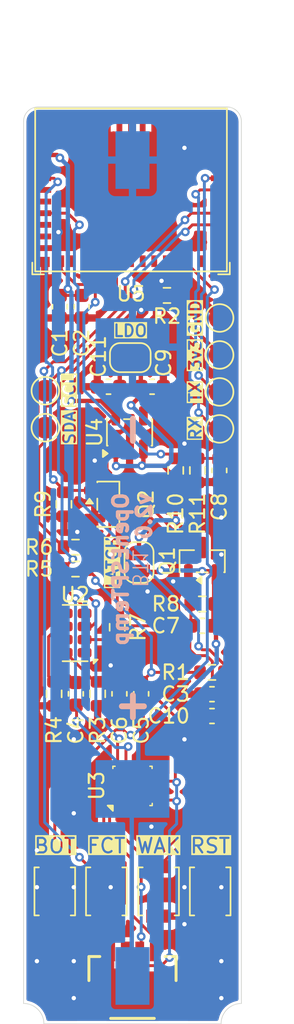
<source format=kicad_pcb>
(kicad_pcb (version 20241229) (generator "pcbnew") (generator_version "9.0")
  (layers (0 "F.Cu" signal) (2 "B.Cu" signal) (13 "F.Paste" user) (15 "B.Paste" user) (5 "F.SilkS" user "F.Silkscreen") (7 "B.SilkS" user "B.Silkscreen") (1 "F.Mask" user) (3 "B.Mask" user) (25 "Edge.Cuts" user))
  (net 0 "")
  (net 1 "+BATT")
  (net 2 "GND")
  (net 3 "+3V3")
  (net 4 "BATT_V")
  (net 5 "INT")
  (net 6 "LATCH")
  (net 7 "TX")
  (net 8 "GPIO8")
  (net 9 "GPIO9")
  (net 10 "SDA")
  (net 11 "EN")
  (net 12 "GPIO7")
  (net 13 "SCL")
  (net 14 "RX")
  (net 15 "BATT_LVL")
  (net 16 "Net-(U2-EVI)")
  (net 17 "Net-(U2-VDD)")
  (net 19 "Net-(U2-VBACKUP)")
  (footprint "Resistor_SMD:R_0603_1608Metric" (layer "F.Cu") (at 101.475 78.35)
    (property "Reference" "R1")
    (property "Value" "10k")
  )
  (footprint "Package_LGA:Bosch_LGA-8_2.5x2.5mm_P0.65mm_ClockwisePinNumbering" (layer "F.Cu") (at 96 86.1525 90)
    (property "Reference" "U3")
    (property "Value" "BME280")
  )
  (footprint "Resistor_SMD:R_0603_1608Metric" (layer "F.Cu") (at 93.6 79.825 -90)
    (property "Reference" "R3")
    (property "Value" "10k")
  )
  (footprint "Package_TO_SOT_SMD:SOT-23-5" (layer "F.Cu") (at 95.8 61.8625 90)
    (property "Reference" "U4")
    (property "Value" "TLV70033_SOT23-5")
  )
  (footprint "TestPoint:TestPoint_Pad_D1.5mm" (layer "F.Cu") (at 102 54)
    (property "Reference" "TP4" (hide yes))
    (property "Value" "GND")
  )
  (footprint "Button_Switch_SMD:SW_SPST_B3U-1000P" (layer "F.Cu") (at 90.65 93.4 90)
    (property "Reference" "SW3" (hide yes))
    (property "Value" "BOOT")
  )
  (footprint "Button_Switch_SMD:SW_SPST_B3U-1000P" (layer "F.Cu") (at 101.35 93.4 90)
    (property "Reference" "SW4" (hide yes))
    (property "Value" "RESET")
  )
  (footprint "Resistor_SMD:R_0603_1608Metric" (layer "F.Cu") (at 91.275 66.8 -90)
    (property "Reference" "R9")
    (property "Value" "1M")
  )
  (footprint "Capacitor_SMD:C_0603_1608Metric" (layer "F.Cu") (at 91 53.225 -90)
    (property "Reference" "C1")
    (property "Value" "22u")
  )
  (footprint "Capacitor_SMD:C_0603_1608Metric" (layer "F.Cu") (at 101.475 79.85 180)
    (property "Reference" "C3")
    (property "Value" "10u")
  )
  (footprint "Button_Switch_SMD:SW_SPST_B3U-1000P" (layer "F.Cu") (at 94.2 93.4 90)
    (property "Reference" "SW2" (hide yes))
    (property "Value" "FCT")
  )
  (footprint "Resistor_SMD:R_0603_1608Metric" (layer "F.Cu") (at 98.375 52.45 180)
    (property "Reference" "R2")
    (property "Value" "10k")
  )
  (footprint "rv3028-c7:MicroCrystal_C7_SON-8_1.5x3.2mm_P0.9mm" (layer "F.Cu") (at 92.05 75.65 180)
    (property "Reference" "U2")
    (property "Value" "RV-3028-C7")
  )
  (footprint "Resistor_SMD:R_0603_1608Metric" (layer "F.Cu") (at 100.8 73.65 180)
    (property "Reference" "R8")
    (property "Value" "100k")
  )
  (footprint "Capacitor_SMD:C_0603_1608Metric" (layer "F.Cu") (at 97.35 58.725)
    (property "Reference" "C9")
    (property "Value" "1u")
  )
  (footprint "Resistor_SMD:R_0603_1608Metric" (layer "F.Cu") (at 98.975 64.475 90)
    (property "Reference" "R10")
    (property "Value" "100k")
  )
  (footprint "Capacitor_SMD:C_0603_1608Metric" (layer "F.Cu") (at 100.8 75.15 180)
    (property "Reference" "C7")
    (property "Value" "0.1u")
  )
  (footprint "Resistor_SMD:R_0603_1608Metric" (layer "F.Cu") (at 100.475 64.475 -90)
    (property "Reference" "R11")
    (property "Value" "100k")
  )
  (footprint "TestPoint:TestPoint_Pad_D1.5mm" (layer "F.Cu") (at 102 61.62)
    (property "Reference" "TP3" (hide yes))
    (property "Value" "RX")
  )
  (footprint "Capacitor_SMD:C_0603_1608Metric" (layer "F.Cu") (at 94.35 58.725 180)
    (property "Reference" "C11")
    (property "Value" "2.2u")
  )
  (footprint "TestPoint:TestPoint_Pad_D1.5mm" (layer "F.Cu") (at 102 56.54)
    (property "Reference" "TP1" (hide yes))
    (property "Value" "3V")
  )
  (footprint "esp32-c6:ESP32-C6-MINI-1" (layer "F.Cu") (at 95.9 42.5)
    (property "Reference" "U5")
    (property "Value" "ESP32-C6-MINI-1/U")
  )
  (footprint "Resistor_SMD:R_0603_1608Metric" (layer "F.Cu") (at 94.95 75.25 90)
    (property "Reference" "R7")
    (property "Value" "10k")
  )
  (footprint "Capacitor_SMD:C_0603_1608Metric" (layer "F.Cu") (at 95.1 79.825 -90)
    (property "Reference" "C6")
    (property "Value" "0.1u")
  )
  (footprint "TestPoint:TestPoint_Pad_D1.5mm" (layer "F.Cu") (at 90 59)
    (property "Reference" "TP6" (hide yes))
    (property "Value" "SCL")
  )
  (footprint "qwiic:JST_1x04_P1.0mm_Horizontal_SMD" (layer "F.Cu") (at 96 97.525)
    (property "Reference" "J2")
    (property "Value" "Qwiic_RA")
  )
  (footprint "Jumper:SolderJumper-2_P1.3mm_Open_RoundedPad1.0x1.5mm" (layer "F.Cu") (at 95.85 56.725 180)
    (property "Reference" "JP2" (hide yes))
    (property "Value" "LDO Bypass")
  )
  (footprint "Resistor_SMD:R_0603_1608Metric" (layer "F.Cu") (at 90.6 79.825 -90)
    (property "Reference" "R4")
    (property "Value" "10k")
  )
  (footprint "Resistor_SMD:R_0603_1608Metric" (layer "F.Cu") (at 92.075 71.25 180)
    (property "Reference" "R5")
    (property "Value" "4.7k")
  )
  (footprint "Jumper:SolderJumper-2_P1.3mm_Open_RoundedPad1.0x1.5mm" (layer "F.Cu") (at 96.45 70.8 90)
    (property "Reference" "JP1" (hide yes))
    (property "Value" "PowerLatch Bypass")
  )
  (footprint "Capacitor_SMD:C_0603_1608Metric" (layer "F.Cu") (at 92.5 53.225 -90)
    (property "Reference" "C2")
    (property "Value" "0.1u")
  )
  (footprint "Capacitor_SMD:C_0603_1608Metric" (layer "F.Cu") (at 101.975 64.475 -90)
    (property "Reference" "C8")
    (property "Value" "10n")
  )
  (footprint "Resistor_SMD:R_0603_1608Metric" (layer "F.Cu") (at 92.075 69.75)
    (property "Reference" "R6")
    (property "Value" "4.7k")
  )
  (footprint "Capacitor_SMD:C_0603_1608Metric" (layer "F.Cu") (at 92.1 79.825 -90)
    (property "Reference" "C4")
    (property "Value" "0.1u")
  )
  (footprint "Button_Switch_SMD:SW_SPST_B3U-1000P" (layer "F.Cu") (at 97.8 93.4 90)
    (property "Reference" "SW1" (hide yes))
    (property "Value" "WAKE")
  )
  (footprint "TestPoint:TestPoint_Pad_D1.5mm" (layer "F.Cu") (at 90 61.54)
    (property "Reference" "TP5" (hide yes))
    (property "Value" "SDA")
  )
  (footprint "Capacitor_SMD:C_0603_1608Metric" (layer "F.Cu") (at 101.475 81.35 180)
    (property "Reference" "C10")
    (property "Value" "0.1u")
  )
  (footprint "TestPoint:TestPoint_Pad_D1.5mm" (layer "F.Cu") (at 102 59.08)
    (property "Reference" "TP2" (hide yes))
    (property "Value" "TX")
  )
  (footprint "Package_TO_SOT_SMD:SOT-23" (layer "F.Cu") (at 94.3375 66.8)
    (property "Reference" "Q2")
    (property "Value" "DMN2020LSN-7")
  )
  (footprint "Package_TO_SOT_SMD:SOT-23" (layer "F.Cu") (at 100.8 70.7125 90)
    (property "Reference" "Q1")
    (property "Value" "TSM260P02CX-RFG")
  )
  (footprint "Capacitor_SMD:C_0603_1608Metric" (layer "F.Cu") (at 96.6 79.825 90)
    (property "Reference" "C5")
    (property "Value" "0.1u")
  )
  (footprint "keystone_53:Keystone_53_Dual" (layer "B.Cu") (at 96 71.18 90)
    (property "Reference" "BT1")
    (property "Value" "Battery")
  )
  (gr_arc (start 102.1 102.5) (mid 102.510051 101.510051) (end 103.5 101.1) (stroke (width 0.05)) (layer "Edge.Cuts"))
  (gr_line (start 103.5 40.5) (end 103.5 101.1) (stroke (width 0.05)) (layer "Edge.Cuts"))
  (gr_line (start 89.5 39.5) (end 102.5 39.5) (stroke (width 0.05)) (layer "Edge.Cuts"))
  (gr_arc (start 102.5 39.5) (mid 103.207107 39.792893) (end 103.5 40.5) (stroke (width 0.05)) (layer "Edge.Cuts"))
  (gr_arc (start 88.5 101.1) (mid 89.489949 101.510051) (end 89.9 102.5) (stroke (width 0.05)) (layer "Edge.Cuts"))
  (gr_line (start 88.5 40.5) (end 88.5 101.1) (stroke (width 0.05)) (layer "Edge.Cuts"))
  (gr_line (start 102.1 102.5) (end 89.9 102.5) (stroke (width 0.05)) (layer "Edge.Cuts"))
  (gr_arc (start 88.5 40.5) (mid 88.792893 39.792893) (end 89.5 39.5) (stroke (width 0.05)) (layer "Edge.Cuts"))
  (gr_text "GND" (at 100.8 54 90) (layer "F.SilkS" knockout) (effects (font (size 0.8 0.8)) (justify bottom)))
  (gr_text "RST" (at 101.35 90.85 0) (layer "F.SilkS" knockout) (effects (font (size 1 1)) (justify bottom)))
  (gr_text "RX" (at 100.8 61.62 90) (layer "F.SilkS" knockout) (effects (font (size 0.8 0.8)) (justify bottom)))
  (gr_text "SDA" (at 91.2 61.55 90) (layer "F.SilkS" knockout) (effects (font (size 0.8 0.8)) (justify top)))
  (gr_text "LDO" (at 95.85 55.35 0) (layer "F.SilkS" knockout) (effects (font (size 0.8 0.8)) (justify bottom)))
  (gr_text "LATCH" (at 95.1 70.8 90) (layer "F.SilkS" knockout) (effects (font (size 0.8 0.8)) (justify bottom)))
  (gr_text "SCL" (at 91.2 59 90) (layer "F.SilkS" knockout) (effects (font (size 0.8 0.8)) (justify top)))
  (gr_text "TX" (at 100.8 59.08 90) (layer "F.SilkS" knockout) (effects (font (size 0.8 0.8)) (justify bottom)))
  (gr_text "FCT" (at 94.2 90.85 0) (layer "F.SilkS" knockout) (effects (font (size 1 1)) (justify bottom)))
  (gr_text "BOT" (at 90.65 90.85 0) (layer "F.SilkS" knockout) (effects (font (size 1 1)) (justify bottom)))
  (gr_text "WAK" (at 97.8 90.85 0) (layer "F.SilkS" knockout) (effects (font (size 1 1)) (justify bottom)))
  (gr_text "3v3" (at 100.8 56.54 90) (layer "F.SilkS" knockout) (effects (font (size 0.8 0.8)) (justify bottom)))
  (gr_text "OpenESPTemp\nv2.0" (at 96 65.8825 90) (layer "B.SilkS") (effects (font (size 1 1) (thickness 0.25) (bold yes)) (justify left mirror)))
  (segment (start 97.85 71.45) (end 97.949265 71.350735) (width 0.3) (layer "F.Cu") (net 1))
  (segment (start 96.45 71.45) (end 94.95 72.95) (width 0.2) (layer "F.Cu") (net 1))
  (segment (start 101.5 71.4) (end 101.75 71.65) (width 0.3) (layer "F.Cu") (net 1))
  (segment (start 100.8 71.4) (end 101.5 71.4) (width 0.3) (layer "F.Cu") (net 1))
  (segment (start 96.45 71.45) (end 97.85 71.45) (width 0.3) (layer "F.Cu") (net 1))
  (segment (start 101.575 75.15) (end 101.575 73.7) (width 0.3) (layer "F.Cu") (net 1))
  (segment (start 101.575 75.15) (end 102 75.15) (width 0.3) (layer "F.Cu") (net 1))
  (segment (start 101.625 71.775) (end 101.75 71.65) (width 0.3) (layer "F.Cu") (net 1))
  (segment (start 101.751 76.4) (end 101.751 75.326) (width 0.3) (layer "F.Cu") (net 1))
  (segment (start 94.95 72.95) (end 94.95 74.425) (width 0.2) (layer "F.Cu") (net 1))
  (segment (start 101.575 73.7) (end 101.625 73.65) (width 0.3) (layer "F.Cu") (net 1))
  (segment (start 101.751 75.326) (end 101.575 75.15) (width 0.3) (layer "F.Cu") (net 1))
  (segment (start 92.15 81.7) (end 92.15 80.65) (width 0.2) (layer "F.Cu") (net 1))
  (segment (start 92.15 80.65) (end 92.1 80.6) (width 0.2) (layer "F.Cu") (net 1))
  (segment (start 101.625 73.65) (end 101.625 71.775) (width 0.3) (layer "F.Cu") (net 1))
  (via (at 97.949265 71.350735) (size 0.6) (drill 0.3) (layers "F.Cu" "B.Cu") (net 1))
  (via (at 100.8 71.4) (size 0.6) (drill 0.3) (layers "F.Cu" "B.Cu") (net 1))
  (via (at 101.751 76.4) (size 0.6) (drill 0.3) (layers "F.Cu" "B.Cu") (net 1))
  (via (at 92.15 81.7) (size 0.6) (drill 0.3) (layers "F.Cu" "B.Cu") (net 1))
  (segment (start 96.4 85.96) (end 96.4 83.1) (width 0.3) (layer "B.Cu") (net 1))
  (segment (start 96 86.36) (end 96 85.55) (width 0.2) (layer "B.Cu") (net 1))
  (segment (start 97.949265 71.350735) (end 100.750735 71.350735) (width 0.3) (layer "B.Cu") (net 1))
  (segment (start 95.95 86.41) (end 96 86.36) (width 0.3) (layer "B.Cu") (net 1))
  (segment (start 95.95 99.16) (end 95.95 86.41) (width 0.3) (layer "B.Cu") (net 1))
  (segment (start 96 86.36) (end 96.4 85.96) (width 0.3) (layer "B.Cu") (net 1))
  (segment (start 96.4 83.1) (end 101.8 77.7) (width 0.3) (layer "B.Cu") (net 1))
  (segment (start 96 99.21) (end 95.95 99.16) (width 0.3) (layer "B.Cu") (net 1))
  (segment (start 101.8 77.7) (end 101.8 76.449) (width 0.3) (layer "B.Cu") (net 1))
  (segment (start 96 85.55) (end 92.15 81.7) (width 0.2) (layer "B.Cu") (net 1))
  (segment (start 100.750735 71.350735) (end 100.8 71.4) (width 0.3) (layer "B.Cu") (net 1))
  (segment (start 101.8 76.449) (end 101.751 76.4) (width 0.3) (layer "B.Cu") (net 1))
  (via (at 99.577381 95.65175) (size 0.6) (drill 0.3) (layers "F.Cu" "B.Cu") (net 2))
  (via (at 97.037381 72.79175) (size 0.6) (drill 0.3) (layers "F.Cu" "B.Cu") (net 2))
  (via (at 97.3 88.95) (size 0.6) (drill 0.3) (layers "F.Cu" "B.Cu") (net 2))
  (via (at 89.417381 93.11175) (size 0.6) (drill 0.3) (layers "F.Cu" "B.Cu") (net 2))
  (via (at 93.4 63.8) (size 0.6) (drill 0.3) (layers "F.Cu" "B.Cu") (net 2))
  (via (at 89.417381 98.19175) (size 0.6) (drill 0.3) (layers "F.Cu" "B.Cu") (net 2))
  (via (at 98 51.45) (size 0.6) (drill 0.3) (layers "F.Cu" "B.Cu") (net 2))
  (via (at 89.417381 90.57175) (size 0.6) (drill 0.3) (layers "F.Cu" "B.Cu") (net 2))
  (via (at 91.957381 98.19175) (size 0.6) (drill 0.3) (layers "F.Cu" "B.Cu") (net 2))
  (via (at 91.957381 100.73175) (size 0.6) (drill 0.3) (layers "F.Cu" "B.Cu") (net 2))
  (via (at 94.497381 77.87175) (size 0.6) (drill 0.3) (layers "F.Cu" "B.Cu") (net 2))
  (via (at 91.957381 82.95175) (size 0.6) (drill 0.3) (layers "F.Cu" "B.Cu") (net 2))
  (via (at 94.497381 70.25175) (size 0.6) (drill 0.3) (layers "F.Cu" "B.Cu") (net 2))
  (via (at 102.117381 98.19175) (size 0.6) (drill 0.3) (layers "F.Cu" "B.Cu") (net 2))
  (via (at 99.577381 62.63175) (size 0.6) (drill 0.3) (layers "F.Cu" "B.Cu") (net 2))
  (via (at 91.957381 93.11175) (size 0.6) (drill 0.3) (layers "F.Cu" "B.Cu") (net 2))
  (via (at 102.117381 67.71175) (size 0.6) (drill 0.3) (layers "F.Cu" "B.Cu") (net 2))
  (via (at 91.957381 88.03175) (size 0.6) (drill 0.3) (layers "F.Cu" "B.Cu") (net 2))
  (via (at 98.8 72.1) (size 0.6) (drill 0.3) (layers "F.Cu" "B.Cu") (net 2))
  (via (at 102.117381 70.25175) (size 0.6) (drill 0.3) (layers "F.Cu" "B.Cu") (net 2))
  (via (at 99.577381 42.31175) (size 0.6) (drill 0.3) (layers "F.Cu" "B.Cu") (net 2))
  (via (at 96.6 53.45) (size 0.6) (drill 0.3) (layers "F.Cu" "B.Cu") (net 2))
  (via (at 92.2 68.7) (size 0.6) (drill 0.3) (layers "F.Cu" "B.Cu") (net 2))
  (via (at 99.577381 93.11175) (size 0.6) (drill 0.3) (layers "F.Cu" "B.Cu") (net 2))
  (via (at 102.117381 100.73175) (size 0.6) (drill 0.3) (layers "F.Cu" "B.Cu") (net 2))
  (via (at 102.117381 93.11175) (size 0.6) (drill 0.3) (layers "F.Cu" "B.Cu") (net 2))
  (via (at 90.9 48.1) (size 0.6) (drill 0.3) (layers "F.Cu" "B.Cu") (net 2))
  (via (at 94.497381 93.11175) (size 0.6) (drill 0.3) (layers "F.Cu" "B.Cu") (net 2))
  (via (at 99.577381 82.95175) (size 0.6) (drill 0.3) (layers "F.Cu" "B.Cu") (net 2))
  (segment (start 97.999 98.501) (end 98.55 97.95) (width 0.2) (layer "F.Cu") (net 3))
  (segment (start 95.2 56.2) (end 97.55 53.85) (width 0.3) (layer "F.Cu") (net 3))
  (segment (start 95.125 56.8) (end 95.2 56.725) (width 0.3) (layer "F.Cu") (net 3))
  (segment (start 96.6 79.05) (end 98.95 81.4) (width 0.2) (layer "F.Cu") (net 3))
  (segment (start 93.825 59.7) (end 94.85 60.725) (width 0.3) (layer "F.Cu") (net 3))
  (segment (start 97.55 53.85) (end 97.55 52.45) (width 0.3) (layer "F.Cu") (net 3))
  (segment (start 92.5 52.45) (end 91 52.45) (width 0.2) (layer "F.Cu") (net 3))
  (segment (start 97.91 52.45) (end 97.55 52.45) (width 0.3) (layer "F.Cu") (net 3))
  (segment (start 98.95 85.809998) (end 99.040002 85.9) (width 0.2) (layer "F.Cu") (net 3))
  (segment (start 95.825 85.8275) (end 97.025 85.8275) (width 0.2) (layer "F.Cu") (net 3))
  (segment (start 98.967502 87.1275) (end 97.025 87.1275) (width 0.2) (layer "F.Cu") (net 3))
  (segment (start 94.5 64.651413) (end 94.249 64.400413) (width 0.2) (layer "F.Cu") (net 3))
  (segment (start 90 42.8) (end 90.8 42.8) (width 0.3) (layer "F.Cu") (net 3))
  (segment (start 97.3 78.35) (end 96.6 79.05) (width 0.2) (layer "F.Cu") (net 3))
  (segment (start 95.2 56.725) (end 95.2 56.2) (width 0.3) (layer "F.Cu") (net 3))
  (segment (start 91.45 52) (end 91 52.45) (width 0.3) (layer "F.Cu") (net 3))
  (segment (start 94.4385 67.342968) (end 94.2365 67.140968) (width 0.2) (layer "F.Cu") (net 3))
  (segment (start 95.5 98.102) (end 95.899 98.501) (width 0.2) (layer "F.Cu") (net 3))
  (segment (start 93.45 72.05) (end 93.45 71.8) (width 0.2) (layer "F.Cu") (net 3))
  (segment (start 99.040002 87.2) (end 98.967502 87.1275) (width 0.2) (layer "F.Cu") (net 3))
  (segment (start 94.2365 66.392968) (end 94.5 66.129468) (width 0.2) (layer "F.Cu") (net 3))
  (segment (start 93.55 69.75) (end 94.4385 68.8615) (width 0.2) (layer "F.Cu") (net 3))
  (segment (start 98.967502 85.8275) (end 97.025 85.8275) (width 0.2) (layer "F.Cu") (net 3))
  (segment (start 91.75 59.7) (end 93.825 59.7) (width 0.3) (layer "F.Cu") (net 3))
  (segment (start 93.45 71.8) (end 92.9 71.25) (width 0.2) (layer "F.Cu") (net 3))
  (segment (start 95.125 58.725) (end 95.125 56.8) (width 0.3) (layer "F.Cu") (net 3))
  (segment (start 92.9 69.75) (end 93.55 69.75) (width 0.2) (layer "F.Cu") (net 3))
  (segment (start 100.65 78.35) (end 97.3 78.35) (width 0.2) (layer "F.Cu") (net 3))
  (segment (start 94.975 86.4775) (end 95.175 86.4775) (width 0.2) (layer "F.Cu") (net 3))
  (segment (start 99.040002 85.9) (end 98.967502 85.8275) (width 0.2) (layer "F.Cu") (net 3))
  (segment (start 94.4385 68.8615) (end 94.4385 67.342968) (width 0.2) (layer "F.Cu") (net 3))
  (segment (start 94.5 66.129468) (end 94.5 64.651413) (width 0.2) (layer "F.Cu") (net 3))
  (segment (start 92.9 69.75) (end 92.9 71.25) (width 0.2) (layer "F.Cu") (net 3))
  (segment (start 95.175 86.4775) (end 95.825 85.8275) (width 0.2) (layer "F.Cu") (net 3))
  (segment (start 95.1 79.05) (end 96.6 79.05) (width 0.2) (layer "F.Cu") (net 3))
  (segment (start 94.85 59) (end 94.85 60.725) (width 0.3) (layer "F.Cu") (net 3))
  (segment (start 94.249 64.400413) (end 94.249 61.326) (width 0.2) (layer "F.Cu") (net 3))
  (segment (start 102 56.54) (end 97.91 52.45) (width 0.3) (layer "F.Cu") (net 3))
  (segment (start 90.8 42.8) (end 91 43) (width 0.3) (layer "F.Cu") (net 3))
  (segment (start 98.95 81.4) (end 98.95 85.809998) (width 0.2) (layer "F.Cu") (net 3))
  (segment (start 95.5 97.525) (end 95.5 98.102) (width 0.2) (layer "F.Cu") (net 3))
  (segment (start 94.249 61.326) (end 94.85 60.725) (width 0.2) (layer "F.Cu") (net 3))
  (segment (start 94.2365 67.140968) (end 94.2365 66.392968) (width 0.2) (layer "F.Cu") (net 3))
  (segment (start 91.55 52) (end 91.45 52) (width 0.3) (layer "F.Cu") (net 3))
  (segment (start 95.899 98.501) (end 97.999 98.501) (width 0.2) (layer "F.Cu") (net 3))
  (via (at 91 43) (size 0.6) (drill 0.3) (layers "F.Cu" "B.Cu") (net 3))
  (via (at 99.040002 85.9) (size 0.6) (drill 0.3) (layers "F.Cu" "B.Cu") (net 3))
  (via (at 93.45 72.05) (size 0.6) (drill 0.3) (layers "F.Cu" "B.Cu") (net 3))
  (via (at 99.040002 87.2) (size 0.6) (drill 0.3) (layers "F.Cu" "B.Cu") (net 3))
  (via (at 98.55 97.95) (size 0.6) (drill 0.3) (layers "F.Cu" "B.Cu") (net 3))
  (via (at 91.75 59.7) (size 0.6) (drill 0.3) (layers "F.Cu" "B.Cu") (net 3))
  (via (at 97.3 78.35) (size 0.6) (drill 0.3) (layers "F.Cu" "B.Cu") (net 3))
  (via (at 91.55 52) (size 0.6) (drill 0.3) (layers "F.Cu" "B.Cu") (net 3))
  (segment (start 98.55 89.25) (end 98.55 97.95) (width 0.2) (layer "B.Cu") (net 3))
  (segment (start 99.040002 88.759998) (end 98.55 89.25) (width 0.2) (layer "B.Cu") (net 3))
  (segment (start 91.8 59.65) (end 91.75 59.7) (width 0.3) (layer "B.Cu") (net 3))
  (segment (start 95.95 74.55) (end 97.3 75.9) (width 0.2) (layer "B.Cu") (net 3))
  (segment (start 91.8 52.25) (end 91.8 59.65) (width 0.3) (layer "B.Cu") (net 3))
  (segment (start 99.040002 85.9) (end 99.040002 87.2) (width 0.2) (layer "B.Cu") (net 3))
  (segment (start 95.95 74.55) (end 93.45 72.05) (width 0.2) (layer "B.Cu") (net 3))
  (segment (start 99.040002 87.2) (end 99.040002 88.759998) (width 0.2) (layer "B.Cu") (net 3))
  (segment (start 91.55 52) (end 91.55 43.55) (width 0.3) (layer "B.Cu") (net 3))
  (segment (start 91.55 43.55) (end 91 43) (width 0.3) (layer "B.Cu") (net 3))
  (segment (start 91.55 52) (end 91.8 52.25) (width 0.3) (layer "B.Cu") (net 3))
  (segment (start 97.3 75.9) (end 97.3 78.35) (width 0.2) (layer "B.Cu") (net 3))
  (segment (start 98.975 67.9) (end 98.975 65.3) (width 0.3) (layer "F.Cu") (net 4))
  (segment (start 98.975 67.975) (end 98.975 67.9) (width 0.3) (layer "F.Cu") (net 4))
  (segment (start 96.75 64.05) (end 96.65 64.15) (width 0.3) (layer "F.Cu") (net 4))
  (segment (start 100.775 69.775) (end 98.975 67.975) (width 0.3) (layer "F.Cu") (net 4))
  (segment (start 98.105699 64.155699) (end 96.655699 64.155699) (width 0.3) (layer "F.Cu") (net 4))
  (segment (start 94.85 63) (end 94.85 64.15147) (width 0.3) (layer "F.Cu") (net 4))
  (segment (start 96.45 69.05) (end 96.45 70.15) (width 0.3) (layer "F.Cu") (net 4))
  (segment (start 96.575 59.325) (end 95.9 60) (width 0.3) (layer "F.Cu") (net 4))
  (segment (start 96.75 63) (end 96.75 64.05) (width 0.3) (layer "F.Cu") (net 4))
  (segment (start 96.655699 64.155699) (end 96.65 64.15) (width 0.3) (layer "F.Cu") (net 4))
  (segment (start 96.575 58.725) (end 96.575 56.8) (width 0.3) (layer "F.Cu") (net 4))
  (segment (start 100.8 69.775) (end 100.775 69.775) (width 0.3) (layer "F.Cu") (net 4))
  (segment (start 98.975 65.025) (end 98.105699 64.155699) (width 0.3) (layer "F.Cu") (net 4))
  (segment (start 96.575 58.725) (end 96.575 59.325) (width 0.3) (layer "F.Cu") (net 4))
  (segment (start 94.85 64.15147) (end 94.874265 64.175735) (width 0.3) (layer "F.Cu") (net 4))
  (segment (start 98.975 65.3) (end 98.975 65.025) (width 0.3) (layer "F.Cu") (net 4))
  (via (at 96.45 69.05) (size 0.6) (drill 0.3) (layers "F.Cu" "B.Cu") (net 4))
  (via (at 94.874265 64.175735) (size 0.6) (drill 0.3) (layers "F.Cu" "B.Cu") (net 4))
  (via (at 96.65 64.15) (size 0.6) (drill 0.3) (layers "F.Cu" "B.Cu") (net 4))
  (via (at 95.9 60) (size 0.6) (drill 0.3) (layers "F.Cu" "B.Cu") (net 4))
  (via (at 98.975 67.9) (size 0.6) (drill 0.3) (layers "F.Cu" "B.Cu") (net 4))
  (segment (start 98.975 67.9) (end 97.6 67.9) (width 0.3) (layer "B.Cu") (net 4))
  (segment (start 97.6 67.9) (end 96.45 69.05) (width 0.3) (layer "B.Cu") (net 4))
  (segment (start 96.65 64.15) (end 96.624265 64.175735) (width 0.3) (layer "B.Cu") (net 4))
  (segment (start 98.675997 63.803642) (end 98.675997 62.775997) (width 0.3) (layer "B.Cu") (net 4))
  (segment (start 96.655699 64.155699) (end 98.32394 64.155699) (width 0.3) (layer "B.Cu") (net 4))
  (segment (start 98.675997 62.775997) (end 95.9 60) (width 0.3) (layer "B.Cu") (net 4))
  (segment (start 96.624265 64.175735) (end 94.874265 64.175735) (width 0.3) (layer "B.Cu") (net 4))
  (segment (start 98.32394 64.155699) (end 98.675997 63.803642) (width 0.3) (layer "B.Cu") (net 4))
  (segment (start 96.65 64.15) (end 96.655699 64.155699) (width 0.3) (layer "B.Cu") (net 4))
  (segment (start 97.05 66.8) (end 95.275 66.8) (width 0.2) (layer "F.Cu") (net 5))
  (segment (start 100.025 73.7) (end 99.975 73.65) (width 0.2) (layer "F.Cu") (net 5))
  (segment (start 94.925 76.1) (end 94.95 76.075) (width 0.2) (layer "F.Cu") (net 5))
  (segment (start 101.5 77.599943) (end 101.100057 77.2) (width 0.2) (layer "F.Cu") (net 5))
  (segment (start 101.5 88) (end 101.5 77.599943) (width 0.2) (layer "F.Cu") (net 5))
  (segment (start 92.7 76.1) (end 94.925 76.1) (width 0.2) (layer "F.Cu") (net 5))
  (segment (start 99.95 76.798943) (end 99.95 75.225) (width 0.2) (layer "F.Cu") (net 5))
  (segment (start 98.751 68.501) (end 98.726057 68.501) (width 0.2) (layer "F.Cu") (net 5))
  (segment (start 99.85 71.65) (end 99.85 69.6) (width 0.2) (layer "F.Cu") (net 5))
  (segment (start 95.875 75.15) (end 100.025 75.15) (width 0.2) (layer "F.Cu") (net 5))
  (segment (start 100.025 75.15) (end 100.025 73.7) (width 0.2) (layer "F.Cu") (net 5))
  (segment (start 99.85 69.6) (end 98.751 68.501) (width 0.2) (layer "F.Cu") (net 5))
  (segment (start 99.975 71.775) (end 99.85 71.65) (width 0.2) (layer "F.Cu") (net 5))
  (segment (start 99.975 73.65) (end 99.975 71.775) (width 0.2) (layer "F.Cu") (net 5))
  (segment (start 99.95 75.225) (end 100.025 75.15) (width 0.2) (layer "F.Cu") (net 5))
  (segment (start 100.351057 77.2) (end 99.95 76.798943) (width 0.2) (layer "F.Cu") (net 5))
  (segment (start 98.726057 68.501) (end 98.374 68.148943) (width 0.2) (layer "F.Cu") (net 5))
  (segment (start 97.8 91.7) (end 101.5 88) (width 0.2) (layer "F.Cu") (net 5))
  (segment (start 101.100057 77.2) (end 100.351057 77.2) (width 0.2) (layer "F.Cu") (net 5))
  (segment (start 98.374 68.124) (end 97.05 66.8) (width 0.2) (layer "F.Cu") (net 5))
  (segment (start 98.374 68.148943) (end 98.374 68.124) (width 0.2) (layer "F.Cu") (net 5))
  (segment (start 94.95 76.075) (end 95.875 75.15) (width 0.2) (layer "F.Cu") (net 5))
  (segment (start 90 44.4) (end 90.6 44.4) (width 0.2) (layer "F.Cu") (net 6))
  (segment (start 91.275 65.975) (end 91.275 65.825) (width 0.2) (layer "F.Cu") (net 6))
  (segment (start 90.6 44.4) (end 90.85 44.65) (width 0.2) (layer "F.Cu") (net 6))
  (segment (start 91.275 65.825) (end 90.55 65.1) (width 0.2) (layer "F.Cu") (net 6))
  (segment (start 93.4 65.85) (end 91.4 65.85) (width 0.2) (layer "F.Cu") (net 6))
  (via (at 90.55 65.1) (size 0.6) (drill 0.3) (layers "F.Cu" "B.Cu") (net 6))
  (via (at 90.85 44.65) (size 0.6) (drill 0.3) (layers "F.Cu" "B.Cu") (net 6))
  (segment (start 90.148943 57.049) (end 90.05 57.049) (width 0.2) (layer "B.Cu") (net 6))
  (segment (start 90.501 57.401057) (end 90.148943 57.049) (width 0.2) (layer "B.Cu") (net 6))
  (segment (start 90.351 58.048943) (end 90.501 57.898943) (width 0.2) (layer "B.Cu") (net 6))
  (segment (start 90.501 57.898943) (end 90.501 57.401057) (width 0.2) (layer "B.Cu") (net 6))
  (segment (start 90.05 45.45) (end 90.85 44.65) (width 0.2) (layer "B.Cu") (net 6))
  (segment (start 90.05 57.049) (end 90.05 45.45) (width 0.2) (layer "B.Cu") (net 6))
  (segment (start 90.351 64.901) (end 90.351 58.048943) (width 0.2) (layer "B.Cu") (net 6))
  (segment (start 90.55 65.1) (end 90.351 64.901) (width 0.2) (layer "B.Cu") (net 6))
  (segment (start 100.551 57.95) (end 100.551 57.951) (width 0.2) (layer "F.Cu") (net 7))
  (segment (start 100.551 57.951) (end 101.68 59.08) (width 0.2) (layer "F.Cu") (net 7))
  (segment (start 101.68 59.08) (end 102 59.08) (width 0.2) (layer "F.Cu") (net 7))
  (segment (start 101 44.4) (end 101.8 44.4) (width 0.2) (layer "F.Cu") (net 7))
  (via (at 101 44.4) (size 0.6) (drill 0.3) (layers "F.Cu" "B.Cu") (net 7))
  (via (at 100.551 57.95) (size 0.6) (drill 0.3) (layers "F.Cu" "B.Cu") (net 7))
  (segment (start 100.75 56.9) (end 100.75 52.3829) (width 0.2) (layer "B.Cu") (net 7))
  (segment (start 100.95 52.1829) (end 100.95 44.45) (width 0.2) (layer "B.Cu") (net 7))
  (segment (start 100.95 44.45) (end 101 44.4) (width 0.2) (layer "B.Cu") (net 7))
  (segment (start 100.75 52.3829) (end 100.95 52.1829) (width 0.2) (layer "B.Cu") (net 7))
  (segment (start 100.551 57.099) (end 100.75 56.9) (width 0.2) (layer "B.Cu") (net 7))
  (segment (start 100.551 57.95) (end 100.551 57.099) (width 0.2) (layer "B.Cu") (net 7))
  (segment (start 99.1 52.35) (end 99.2 52.45) (width 0.2) (layer "F.Cu") (net 8))
  (segment (start 99.1 50.1) (end 99.1 52.35) (width 0.2) (layer "F.Cu") (net 8))
  (segment (start 94.851057 82.299) (end 90.65 86.500057) (width 0.2) (layer "F.Cu") (net 9))
  (segment (start 101.55 52.05) (end 99.9 50.4) (width 0.2) (layer "F.Cu") (net 9))
  (segment (start 95.863063 82.65971) (end 95.72339 82.65971) (width 0.2) (layer "F.Cu") (net 9))
  (segment (start 95.72339 82.65971) (end 95.36268 82.299) (width 0.2) (layer "F.Cu") (net 9))
  (segment (start 95.36268 82.299) (end 94.851057 82.299) (width 0.2) (layer "F.Cu") (net 9))
  (segment (start 99.9 50.4) (end 99.9 50.1) (width 0.2) (layer "F.Cu") (net 9))
  (segment (start 90.65 86.500057) (end 90.65 91.7) (width 0.2) (layer "F.Cu") (net 9))
  (segment (start 101.65 52.05) (end 101.55 52.05) (width 0.2) (layer "F.Cu") (net 9))
  (via (at 95.863063 82.65971) (size 0.6) (drill 0.3) (layers "F.Cu" "B.Cu") (net 9))
  (via (at 101.65 52.05) (size 0.6) (drill 0.3) (layers "F.Cu" "B.Cu") (net 9))
  (segment (start 101.151 52.549) (end 101.65 52.05) (width 0.2) (layer "B.Cu") (net 9))
  (segment (start 101.151 77.579798) (end 101.151 71.898943) (width 0.2) (layer "B.Cu") (net 9))
  (segment (start 95.863063 82.65971) (end 96.071088 82.65971) (width 0.2) (layer "B.Cu") (net 9))
  (segment (start 101.401 71.151057) (end 101.151 70.901057) (width 0.2) (layer "B.Cu") (net 9))
  (segment (start 96.071088 82.65971) (end 101.151 77.579798) (width 0.2) (layer "B.Cu") (net 9))
  (segment (start 101.151 71.898943) (end 101.401 71.648943) (width 0.2) (layer "B.Cu") (net 9))
  (segment (start 101.401 71.648943) (end 101.401 71.151057) (width 0.2) (layer "B.Cu") (net 9))
  (segment (start 101.151 70.901057) (end 101.151 52.549) (width 0.2) (layer "B.Cu") (net 9))
  (segment (start 96.6 96.5) (end 96.6 97.425) (width 0.2) (layer "F.Cu") (net 10))
  (segment (start 91.051 59.435339) (end 91.051 58.564661) (width 0.2) (layer "F.Cu") (net 10))
  (segment (start 94.598 85.8275) (end 94.424 86.0015) (width 0.2) (layer "F.Cu") (net 10))
  (segment (start 95.901 53.6661) (end 95.901 52.264687) (width 0.2) (layer "F.Cu") (net 10))
  (segment (start 92.7 74.3) (end 92.7 73.9) (width 0.2) (layer "F.Cu") (net 10))
  (segment (start 90 61.54) (end 90 60.051) (width 0.2) (layer "F.Cu") (net 10))
  (segment (start 90 60.051) (end 90.435339 60.051) (width 0.2) (layer "F.Cu") (net 10))
  (segment (start 100.12653 47.6) (end 101.8 47.6) (width 0.2) (layer "F.Cu") (net 10))
  (segment (start 90.549 71.749) (end 90.549 70.451) (width 0.2) (layer "F.Cu") (net 10))
  (segment (start 94.424 88.7069) (end 96.401 90.6839) (width 0.2) (layer "F.Cu") (net 10))
  (segment (start 94.975 85.8275) (end 94.598 85.8275) (width 0.2) (layer "F.Cu") (net 10))
  (segment (start 95.901 52.264687) (end 96.1 52.065687) (width 0.2) (layer "F.Cu") (net 10))
  (segment (start 92.7 73.9) (end 92.075 73.275) (width 0.2) (layer "F.Cu") (net 10))
  (segment (start 94.424 86.0015) (end 94.424 88.7069) (width 0.2) (layer "F.Cu") (net 10))
  (segment (start 91.051 58.564661) (end 91.02672 58.54038) (width 0.2) (layer "F.Cu") (net 10))
  (segment (start 90.549 70.451) (end 91.25 69.75) (width 0.2) (layer "F.Cu") (net 10))
  (segment (start 89.548 62.911239) (end 89.548 68.048) (width 0.2) (layer "F.Cu") (net 10))
  (segment (start 96.401 90.6839) (end 96.401 90.701) (width 0.2) (layer "F.Cu") (net 10))
  (segment (start 95.2579 85.8275) (end 94.975 85.8275) (width 0.2) (layer "F.Cu") (net 10))
  (segment (start 92.075 73.275) (end 90.549 71.749) (width 0.2) (layer "F.Cu") (net 10))
  (segment (start 90 62.459239) (end 89.548 62.911239) (width 0.2) (layer "F.Cu") (net 10))
  (segment (start 89.548 68.048) (end 91.25 69.75) (width 0.2) (layer "F.Cu") (net 10))
  (segment (start 95.55 83.597627) (end 95.55 85.5354) (width 0.2) (layer "F.Cu") (net 10))
  (segment (start 90.435339 60.051) (end 91.051 59.435339) (width 0.2) (layer "F.Cu") (net 10))
  (segment (start 90 61.54) (end 90 62.459239) (width 0.2) (layer "F.Cu") (net 10))
  (segment (start 95.701 83.446627) (end 95.55 83.597627) (width 0.2) (layer "F.Cu") (net 10))
  (segment (start 96.6 97.425) (end 96.5 97.525) (width 0.2) (layer "F.Cu") (net 10))
  (segment (start 95.55 85.5354) (end 95.2579 85.8275) (width 0.2) (layer "F.Cu") (net 10))
  (segment (start 96.6 90.9) (end 96.6 93.1) (width 0.2) (layer "F.Cu") (net 10))
  (segment (start 96.401 90.701) (end 96.6 90.9) (width 0.2) (layer "F.Cu") (net 10))
  (segment (start 91.02672 58.54038) (end 95.901 53.6661) (width 0.2) (layer "F.Cu") (net 10))
  (segment (start 99.638265 48.088265) (end 100.12653 47.6) (width 0.2) (layer "F.Cu") (net 10))
  (via (at 99.638265 48.088265) (size 0.6) (drill 0.3) (layers "F.Cu" "B.Cu") (net 10))
  (via (at 96.6 93.1) (size 0.6) (drill 0.3) (layers "F.Cu" "B.Cu") (net 10))
  (via (at 92.075 73.275) (size 0.6) (drill 0.3) (layers "F.Cu" "B.Cu") (net 10))
  (via (at 96.6 96.5) (size 0.6) (drill 0.3) (layers "F.Cu" "B.Cu") (net 10))
  (via (at 95.701 83.446627) (size 0.6) (drill 0.3) (layers "F.Cu" "B.Cu") (net 10))
  (via (at 96.1 52.065687) (size 0.6) (drill 0.3) (layers "F.Cu" "B.Cu") (net 10))
  (segment (start 96.1 51.4) (end 96.1 52.065687) (width 0.2) (layer "B.Cu") (net 10))
  (segment (start 94.836038 83.514605) (end 95.633022 83.514605) (width 0.2) (layer "B.Cu") (net 10))
  (segment (start 99.411735 48.088265) (end 96.1 51.4) (width 0.2) (layer "B.Cu") (net 10))
  (segment (start 99.638265 48.088265) (end 99.411735 48.088265) (width 0.2) (layer "B.Cu") (net 10))
  (segment (start 92.075 80.753567) (end 94.836038 83.514605) (width 0.2) (layer "B.Cu") (net 10))
  (segment (start 92.075 73.275) (end 92.075 80.753567) (width 0.2) (layer "B.Cu") (net 10))
  (segment (start 95.633022 83.514605) (end 95.701 83.446627) (width 0.2) (layer "B.Cu") (net 10))
  (segment (start 96.6 93.1) (end 96.6 96.5) (width 0.2) (layer "B.Cu") (net 10))
  (segment (start 100.551 76.55) (end 100.801 76.8) (width 0.2) (layer "F.Cu") (net 11))
  (segment (start 101.3 76.8) (end 102.3 77.8) (width 0.2) (layer "F.Cu") (net 11))
  (segment (start 102.3 77.8) (end 102.3 78.35) (width 0.2) (layer "F.Cu") (net 11))
  (segment (start 90 46.8) (end 91.55 46.8) (width 0.2) (layer "F.Cu") (net 11))
  (segment (start 101.9 91.15) (end 101.9 81.7) (width 0.2) (layer "F.Cu") (net 11))
  (segment (start 101.35 91.7) (end 101.9 91.15) (width 0.2) (layer "F.Cu") (net 11))
  (segment (start 100.551 76.55) (end 100.65 76.649) (width 0.2) (layer "F.Cu") (net 11))
  (segment (start 102.25 79.85) (end 102.25 81.35) (width 0.2) (layer "F.Cu") (net 11))
  (segment (start 91.55 46.8) (end 92.35 47.6) (width 0.2) (layer "F.Cu") (net 11))
  (segment (start 100.65 76.649) (end 100.65 76.65) (width 0.2) (layer "F.Cu") (net 11))
  (segment (start 102.3 79.8) (end 102.25 79.85) (width 0.2) (layer "F.Cu") (net 11))
  (segment (start 102.3 78.35) (end 102.3 79.8) (width 0.2) (layer "F.Cu") (net 11))
  (segment (start 100.801 76.8) (end 101.3 76.8) (width 0.2) (layer "F.Cu") (net 11))
  (segment (start 101.9 81.7) (end 102.25 81.35) (width 0.2) (layer "F.Cu") (net 11))
  (via (at 100.551 76.55) (size 0.6) (drill 0.3) (layers "F.Cu" "B.Cu") (net 11))
  (via (at 92.35 47.6) (size 0.6) (drill 0.3) (layers "F.Cu" "B.Cu") (net 11))
  (segment (start 100.55 74.8) (end 100.55 76.549) (width 0.2) (layer "B.Cu") (net 11))
  (segment (start 92.251 59.11957) (end 92.351 59.21957) (width 0.2) (layer "B.Cu") (net 11))
  (segment (start 100.55 76.549) (end 100.551 76.55) (width 0.2) (layer "B.Cu") (net 11))
  (segment (start 92.001 47.949) (end 92.001 51.601057) (width 0.2) (layer "B.Cu") (net 11))
  (segment (start 92.251 51.851057) (end 92.251 59.11957) (width 0.2) (layer "B.Cu") (net 11))
  (segment (start 92.35 47.6) (end 92.001 47.949) (width 0.2) (layer "B.Cu") (net 11))
  (segment (start 92.35 59.949943) (end 92.35 66.6) (width 0.2) (layer "B.Cu") (net 11))
  (segment (start 92.35 66.6) (end 100.55 74.8) (width 0.2) (layer "B.Cu") (net 11))
  (segment (start 92.351 59.948943) (end 92.35 59.949943) (width 0.2) (layer "B.Cu") (net 11))
  (segment (start 92.351 59.21957) (end 92.351 59.948943) (width 0.2) (layer "B.Cu") (net 11))
  (segment (start 92.001 51.601057) (end 92.251 51.851057) (width 0.2) (layer "B.Cu") (net 11))
  (segment (start 94.899 53.467513) (end 94.899 51.251057) (width 0.2) (layer "F.Cu") (net 12))
  (segment (start 90.541715 57.008285) (end 91.358228 57.008285) (width 0.2) (layer "F.Cu") (net 12))
  (segment (start 94.2 91.7) (end 93 91.7) (width 0.2) (layer "F.Cu") (net 12))
  (segment (start 91.358228 57.008285) (end 94.899 53.467513) (width 0.2) (layer "F.Cu") (net 12))
  (segment (start 94.899 51.251057) (end 94.3 50.652057) (width 0.2) (layer "F.Cu") (net 12))
  (segment (start 94.3 50.652057) (end 94.3 50.1) (width 0.2) (layer "F.Cu") (net 12))
  (segment (start 89.9 57.65) (end 90.541715 57.008285) (width 0.2) (layer "F.Cu") (net 12))
  (segment (start 93 91.7) (end 92.35 91.05) (width 0.2) (layer "F.Cu") (net 12))
  (via (at 89.9 57.65) (size 0.6) (drill 0.3) (layers "F.Cu" "B.Cu") (net 12))
  (via (at 92.35 91.05) (size 0.6) (drill 0.3) (layers "F.Cu" "B.Cu") (net 12))
  (segment (start 89.95 88.65) (end 92.35 91.05) (width 0.2) (layer "B.Cu") (net 12))
  (segment (start 89.9 57.65) (end 89.95 57.7) (width 0.2) (layer "B.Cu") (net 12))
  (segment (start 89.95 57.7) (end 89.95 88.65) (width 0.2) (layer "B.Cu") (net 12))
  (segment (start 91.25 71.25) (end 91.25 71.213007) (width 0.2) (layer "F.Cu") (net 13))
  (segment (start 95.499 52.31463) (end 95.499 51.816744) (width 0.2) (layer "F.Cu") (net 13))
  (segment (start 97.5 96.550057) (end 97.5 97.525) (width 0.2) (layer "F.Cu") (net 13))
  (segment (start 95.5 52.31563) (end 95.499 52.31463) (width 0.2) (layer "F.Cu") (net 13))
  (segment (start 94.023 89.247426) (end 95.999 91.223426) (width 0.2) (layer "F.Cu") (net 13))
  (segment (start 93.174999 75.2) (end 93.476 74.898999) (width 0.2) (layer "F.Cu") (net 13))
  (segment (start 100.05 46.8) (end 101.8 46.8) (width 0.2) (layer "F.Cu") (net 13))
  (segment (start 99.614 47.264) (end 99.614 47.236) (width 0.2) (layer "F.Cu") (net 13))
  (segment (start 94.975 85.1775) (end 94.975 83.023586) (width 0.2) (layer "F.Cu") (net 13))
  (segment (start 90 58.71857) (end 91.109285 57.609285) (width 0.2) (layer "F.Cu") (net 13))
  (segment (start 94.6809 85.1775) (end 94.023 85.8354) (width 0.2) (layer "F.Cu") (net 13))
  (segment (start 91.25 71.213007) (end 91.892698 70.570309) (width 0.2) (layer "F.Cu") (net 13))
  (segment (start 92.7 75.2) (end 93.174999 75.2) (width 0.2) (layer "F.Cu") (net 13))
  (segment (start 95.5 51.815744) (end 95.5 51.5) (width 0.2) (layer "F.Cu") (net 13))
  (segment (start 95.999 95.049057) (end 97.5 96.550057) (width 0.2) (layer "F.Cu") (net 13))
  (segment (start 94.023 85.8354) (end 94.023 89.247426) (width 0.2) (layer "F.Cu") (net 13))
  (segment (start 95.5 53.5) (end 95.5 52.31563) (width 0.2) (layer "F.Cu") (net 13))
  (segment (start 95.999 91.223426) (end 95.999 95.049057) (width 0.2) (layer "F.Cu") (net 13))
  (segment (start 93.476 73.626) (end 91.25 71.4) (width 0.2) (layer "F.Cu") (net 13))
  (segment (start 93.476 74.898999) (end 93.476 73.626) (width 0.2) (layer "F.Cu") (net 13))
  (segment (start 91.25 71.4) (end 91.25 71.25) (width 0.2) (layer "F.Cu") (net 13))
  (segment (start 91.390715 57.609285) (end 95.5 53.5) (width 0.2) (layer "F.Cu") (net 13))
  (segment (start 94.975 83.023586) (end 95.084981 82.913605) (width 0.2) (layer "F.Cu") (net 13))
  (segment (start 99.614 47.236) (end 100.05 46.8) (width 0.2) (layer "F.Cu") (net 13))
  (segment (start 94.975 85.1775) (end 94.6809 85.1775) (width 0.2) (layer "F.Cu") (net 13))
  (segment (start 90 59) (end 90 58.71857) (width 0.2) (layer "F.Cu") (net 13))
  (segment (start 95.499 51.816744) (end 95.5 51.815744) (width 0.2) (layer "F.Cu") (net 13))
  (segment (start 91.109285 57.609285) (end 91.390715 57.609285) (width 0.2) (layer "F.Cu") (net 13))
  (via (at 91.109285 57.609285) (size 0.6) (drill 0.3) (layers "F.Cu" "B.Cu") (net 13))
  (via (at 99.614 47.264) (size 0.6) (drill 0.3) (layers "F.Cu" "B.Cu") (net 13))
  (via (at 95.084981 82.913605) (size 0.6) (drill 0.3) (layers "F.Cu" "B.Cu") (net 13))
  (via (at 91.892698 70.570309) (size 0.6) (drill 0.3) (layers "F.Cu" "B.Cu") (net 13))
  (via (at 95.5 51.5) (size 0.6) (drill 0.3) (layers "F.Cu" "B.Cu") (net 13))
  (via (at 93.476 73.626) (size 0.6) (drill 0.3) (layers "F.Cu" "B.Cu") (net 13))
  (segment (start 91.151 65.348943) (end 91.15 65.349943) (width 0.2) (layer "B.Cu") (net 13))
  (segment (start 91.15 69.827611) (end 91.892698 70.570309) (width 0.2) (layer "B.Cu") (net 13))
  (segment (start 95.084981 82.913605) (end 93.476 81.304624) (width 0.2) (layer "B.Cu") (net 13))
  (segment (start 91.15 65.349943) (end 91.15 69.827611) (width 0.2) (layer "B.Cu") (net 13))
  (segment (start 99.614 47.264) (end 95.5 51.378) (width 0.2) (layer "B.Cu") (net 13))
  (segment (start 91.109285 57.609285) (end 90.901 57.81757) (width 0.2) (layer "B.Cu") (net 13))
  (segment (start 90.901 64.601057) (end 91.151 64.851057) (width 0.2) (layer "B.Cu") (net 13))
  (segment (start 93.476 81.304624) (end 93.476 73.626) (width 0.2) (layer "B.Cu") (net 13))
  (segment (start 90.901 57.81757) (end 90.901 64.601057) (width 0.2) (layer "B.Cu") (net 13))
  (segment (start 91.151 64.851057) (end 91.151 65.348943) (width 0.2) (layer "B.Cu") (net 13))
  (segment (start 95.5 51.378) (end 95.5 51.5) (width 0.2) (layer "B.Cu") (net 13))
  (segment (start 101.671 61.62) (end 100.551 60.5) (width 0.2) (layer "F.Cu") (net 14))
  (segment (start 100.65 45.2) (end 101.8 45.2) (width 0.2) (layer "F.Cu") (net 14))
  (segment (start 100.35 45.5) (end 100.65 45.2) (width 0.2) (layer "F.Cu") (net 14))
  (segment (start 102 61.62) (end 101.671 61.62) (width 0.2) (layer "F.Cu") (net 14))
  (via (at 100.551 60.5) (size 0.6) (drill 0.3) (layers "F.Cu" "B.Cu") (net 14))
  (via (at 100.35 45.5) (size 0.6) (drill 0.3) (layers "F.Cu" "B.Cu") (net 14))
  (segment (start 100.302057 58.551) (end 99.95 58.198943) (width 0.2) (layer "B.Cu") (net 14))
  (segment (start 99.95 57.701057) (end 100.15 57.501056) (width 0.2) (layer "B.Cu") (net 14))
  (segment (start 100.15 56.9329) (end 100.349 56.733899) (width 0.2) (layer "B.Cu") (net 14))
  (segment (start 100.349 52.2168) (end 100.549 52.0168) (width 0.2) (layer "B.Cu") (net 14))
  (segment (start 100.55 60.499) (end 100.55 58.551) (width 0.2) (layer "B.Cu") (net 14))
  (segment (start 100.551 60.5) (end 100.55 60.499) (width 0.2) (layer "B.Cu") (net 14))
  (segment (start 100.55 58.551) (end 100.302057 58.551) (width 0.2) (layer "B.Cu") (net 14))
  (segment (start 100.15 57.501056) (end 100.15 56.9329) (width 0.2) (layer "B.Cu") (net 14))
  (segment (start 99.95 58.198943) (end 99.95 57.701057) (width 0.2) (layer "B.Cu") (net 14))
  (segment (start 100.549 52.0168) (end 100.549 45.699) (width 0.2) (layer "B.Cu") (net 14))
  (segment (start 100.349 56.733899) (end 100.349 52.2168) (width 0.2) (layer "B.Cu") (net 14))
  (segment (start 100.549 45.699) (end 100.35 45.5) (width 0.2) (layer "B.Cu") (net 14))
  (segment (start 92.1 51.7) (end 91.1 50.7) (width 0.2) (layer "F.Cu") (net 15))
  (segment (start 97.95 63.35) (end 98.675 63.35) (width 0.2) (layer "F.Cu") (net 15))
  (segment (start 98.675 63.35) (end 98.975 63.65) (width 0.2) (layer "F.Cu") (net 15))
  (segment (start 101.925 63.65) (end 101.975 63.7) (width 0.2) (layer "F.Cu") (net 15))
  (segment (start 93.438694 52.913493) (end 93.438694 52.133024) (width 0.2) (layer "F.Cu") (net 15))
  (segment (start 93.00567 51.7) (end 92.1 51.7) (width 0.2) (layer "F.Cu") (net 15))
  (segment (start 100.475 63.65) (end 101.925 63.65) (width 0.2) (layer "F.Cu") (net 15))
  (segment (start 91.1 50.7) (end 91.1 50.1) (width 0.2) (layer "F.Cu") (net 15))
  (segment (start 93.438694 52.133024) (end 93.00567 51.7) (width 0.2) (layer "F.Cu") (net 15))
  (segment (start 98.975 63.65) (end 100.475 63.65) (width 0.2) (layer "F.Cu") (net 15))
  (via (at 97.95 63.35) (size 0.6) (drill 0.3) (layers "F.Cu" "B.Cu") (net 15))
  (via (at 93.438694 52.913493) (size 0.6) (drill 0.3) (layers "F.Cu" "B.Cu") (net 15))
  (segment (start 92.652 58.95347) (end 92.652 53.700187) (width 0.2) (layer "B.Cu") (net 15))
  (segment (start 92.652 53.700187) (end 93.438694 52.913493) (width 0.2) (layer "B.Cu") (net 15))
  (segment (start 97.95 63.35) (end 97.04853 63.35) (width 0.2) (layer "B.Cu") (net 15))
  (segment (start 97.04853 63.35) (end 92.652 58.95347) (width 0.2) (layer "B.Cu") (net 15))
  (segment (start 91.4 77) (end 93.4 79) (width 0.2) (layer "F.Cu") (net 16))
  (segment (start 93.4 79) (end 93.6 79) (width 0.2) (layer "F.Cu") (net 16))
  (segment (start 91.4 76.1) (end 91.16501 76.1) (width 0.2) (layer "F.Cu") (net 17))
  (segment (start 90.624 76.64101) (end 90.624 77.574) (width 0.2) (layer "F.Cu") (net 17))
  (segment (start 91.16501 76.1) (end 90.624 76.64101) (width 0.2) (layer "F.Cu") (net 17))
  (segment (start 90.624 77.574) (end 92.1 79.05) (width 0.2) (layer "F.Cu") (net 17))
  (segment (start 91.4 75.2) (end 90.925001 75.2) (width 0.2) (layer "F.Cu") (net 19))
  (segment (start 90.223 75.902001) (end 90.223 78.623) (width 0.2) (layer "F.Cu") (net 19))
  (segment (start 90.223 78.623) (end 90.6 79) (width 0.2) (layer "F.Cu") (net 19))
  (segment (start 90.925001 75.2) (end 90.223 75.902001) (width 0.2) (layer "F.Cu") (net 19))
  (zone (net 2) (net_name "GND") (layers "F.Cu" "B.Cu") (connect_pads (clearance 0.3)) (min_thickness 0.25) (fill yes (thermal_gap 0.5) (thermal_bridge_width 0.5))
    (polygon (pts (xy 88.5 39.5) (xy 88.5 102.5) (xy 103.5 102.5) (xy 103.5 39.5)))
  )
)
</source>
